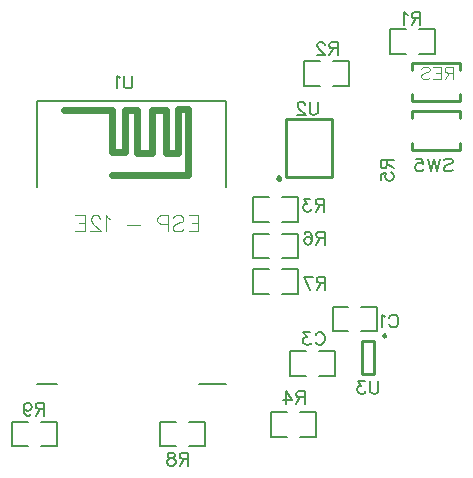
<source format=gbo>
G04 ---------------------------- Layer name :BOTTOM SILK LAYER*
G04 EasyEDA v5.8.19, Fri, 19 Oct 2018 05:21:59 GMT*
G04 8bfcd2fe48ed4f748b2211d8b79e97b7*
G04 Gerber Generator version 0.2*
G04 Scale: 100 percent, Rotated: No, Reflected: No *
G04 Dimensions in millimeters *
G04 leading zeros omitted , absolute positions ,3 integer and 3 decimal *
%FSLAX33Y33*%
%MOMM*%
G90*
G71D02*

%ADD10C,0.254000*%
%ADD12C,0.299999*%
%ADD38C,0.177800*%
%ADD39C,0.100000*%
%ADD40C,0.199898*%
%ADD41C,0.127000*%
%ADD42C,0.609600*%
%ADD43C,0.248920*%
%ADD44C,0.113792*%

%LPD*%
G54D10*
G01X24630Y29178D02*
G01X28491Y29178D01*
G01X24604Y34054D02*
G01X28491Y34054D01*
G01X24604Y29178D02*
G01X24604Y34054D01*
G01X28491Y29178D02*
G01X28491Y34054D01*
G01X35241Y38230D02*
G01X35239Y38810D01*
G01X39301Y38810D01*
G01X39301Y38230D01*
G01X39289Y36129D02*
G01X39291Y35549D01*
G01X35229Y35549D01*
G01X35229Y36129D01*
G01X35243Y34129D02*
G01X35241Y34709D01*
G01X39303Y34709D01*
G01X39303Y34129D01*
G01X39291Y32028D02*
G01X39293Y31448D01*
G01X35231Y31448D01*
G01X35231Y32028D01*
G01X32026Y12472D02*
G01X31026Y12472D01*
G01X31026Y15271D01*
G01X32026Y15271D01*
G01X32026Y15271D02*
G01X32026Y12472D01*
G54D40*
G01X26269Y12324D02*
G01X24949Y12324D01*
G01X24949Y14394D01*
G01X26269Y14394D01*
G01X27401Y12324D02*
G01X28721Y12324D01*
G01X28721Y14394D01*
G01X27401Y14394D01*
G01X35870Y41634D02*
G01X37190Y41634D01*
G01X37190Y39564D01*
G01X35870Y39564D01*
G01X34738Y41634D02*
G01X33418Y41634D01*
G01X33418Y39564D01*
G01X34738Y39564D01*
G01X23128Y22264D02*
G01X21808Y22264D01*
G01X21808Y24335D01*
G01X23128Y24335D01*
G01X24261Y22264D02*
G01X25581Y22264D01*
G01X25581Y24335D01*
G01X24261Y24335D01*
G01X23129Y19264D02*
G01X21808Y19264D01*
G01X21808Y21334D01*
G01X23129Y21334D01*
G01X24262Y19264D02*
G01X25580Y19264D01*
G01X25580Y21334D01*
G01X24262Y21334D01*
G01X27429Y36866D02*
G01X26109Y36866D01*
G01X26109Y38936D01*
G01X27429Y38936D01*
G01X28560Y36866D02*
G01X29880Y36866D01*
G01X29880Y38936D01*
G01X28560Y38936D01*
G01X23129Y25365D02*
G01X21808Y25365D01*
G01X21808Y27435D01*
G01X23129Y27435D01*
G01X24262Y25365D02*
G01X25580Y25365D01*
G01X25580Y27435D01*
G01X24262Y27435D01*
G01X24628Y7164D02*
G01X23308Y7164D01*
G01X23308Y9235D01*
G01X24628Y9235D01*
G01X25761Y7164D02*
G01X27081Y7164D01*
G01X27081Y9235D01*
G01X25761Y9235D01*
G01X16370Y8435D02*
G01X17690Y8435D01*
G01X17690Y6364D01*
G01X16370Y6364D01*
G01X15238Y8435D02*
G01X13918Y8435D01*
G01X13918Y6364D01*
G01X15238Y6364D01*
G01X2731Y6363D02*
G01X1410Y6363D01*
G01X1410Y8433D01*
G01X2731Y8433D01*
G01X3863Y6363D02*
G01X5183Y6363D01*
G01X5183Y8433D01*
G01X3863Y8433D01*
G01X29830Y16063D02*
G01X28510Y16063D01*
G01X28510Y18133D01*
G01X29830Y18133D01*
G01X30963Y16063D02*
G01X32283Y16063D01*
G01X32283Y18133D01*
G01X30963Y18133D01*
G54D41*
G01X19499Y28299D02*
G01X19499Y35599D01*
G01X3500Y35599D01*
G01X3500Y28299D01*
G54D42*
G01X16299Y30000D02*
G01X16299Y34900D01*
G01X15400Y34900D01*
G01X15400Y31199D01*
G01X14399Y31199D01*
G01X14399Y34799D01*
G01X13200Y34799D01*
G01X13200Y31199D01*
G01X11998Y31199D01*
G01X11998Y34799D01*
G01X10899Y34799D01*
G01X10899Y31298D01*
G01X9799Y31298D01*
G01X9799Y34799D01*
G01X5798Y34799D01*
G01X16299Y29899D02*
G01X16299Y29299D01*
G01X9799Y29299D01*
G54D41*
G01X17200Y11601D02*
G01X19499Y11601D01*
G01X3500Y11601D02*
G01X5199Y11601D01*
G54D38*
G01X27296Y35501D02*
G01X27296Y34724D01*
G01X27245Y34566D01*
G01X27141Y34462D01*
G01X26983Y34411D01*
G01X26879Y34411D01*
G01X26724Y34462D01*
G01X26620Y34566D01*
G01X26569Y34724D01*
G01X26569Y35501D01*
G01X26173Y35242D02*
G01X26173Y35295D01*
G01X26122Y35399D01*
G01X26069Y35450D01*
G01X25965Y35501D01*
G01X25759Y35501D01*
G01X25655Y35450D01*
G01X25602Y35399D01*
G01X25551Y35295D01*
G01X25551Y35191D01*
G01X25602Y35087D01*
G01X25706Y34929D01*
G01X26226Y34411D01*
G01X25497Y34411D01*
G54D39*
G01X38715Y38471D02*
G01X38715Y37430D01*
G01X38715Y38471D02*
G01X38269Y38471D01*
G01X38121Y38421D01*
G01X38071Y38371D01*
G01X38022Y38272D01*
G01X38022Y38173D01*
G01X38071Y38074D01*
G01X38121Y38025D01*
G01X38269Y37975D01*
G01X38715Y37975D01*
G01X38369Y37975D02*
G01X38022Y37430D01*
G01X37695Y38471D02*
G01X37695Y37430D01*
G01X37695Y38471D02*
G01X37051Y38471D01*
G01X37695Y37975D02*
G01X37298Y37975D01*
G01X37695Y37430D02*
G01X37051Y37430D01*
G01X36030Y38322D02*
G01X36129Y38421D01*
G01X36278Y38471D01*
G01X36476Y38471D01*
G01X36624Y38421D01*
G01X36724Y38322D01*
G01X36724Y38223D01*
G01X36674Y38124D01*
G01X36624Y38074D01*
G01X36525Y38025D01*
G01X36228Y37926D01*
G01X36129Y37876D01*
G01X36080Y37826D01*
G01X36030Y37727D01*
G01X36030Y37579D01*
G01X36129Y37480D01*
G01X36278Y37430D01*
G01X36476Y37430D01*
G01X36624Y37480D01*
G01X36724Y37579D01*
G54D38*
G01X37953Y30545D02*
G01X38057Y30649D01*
G01X38212Y30699D01*
G01X38420Y30699D01*
G01X38575Y30649D01*
G01X38680Y30545D01*
G01X38680Y30440D01*
G01X38629Y30336D01*
G01X38575Y30285D01*
G01X38471Y30232D01*
G01X38159Y30128D01*
G01X38057Y30077D01*
G01X38004Y30026D01*
G01X37953Y29922D01*
G01X37953Y29765D01*
G01X38057Y29661D01*
G01X38212Y29610D01*
G01X38420Y29610D01*
G01X38575Y29661D01*
G01X38680Y29765D01*
G01X37610Y30699D02*
G01X37349Y29610D01*
G01X37089Y30699D02*
G01X37349Y29610D01*
G01X37089Y30699D02*
G01X36830Y29610D01*
G01X36571Y30699D02*
G01X36830Y29610D01*
G01X35604Y30699D02*
G01X36124Y30699D01*
G01X36175Y30232D01*
G01X36124Y30285D01*
G01X35967Y30336D01*
G01X35812Y30336D01*
G01X35657Y30285D01*
G01X35553Y30181D01*
G01X35499Y30026D01*
G01X35499Y29922D01*
G01X35553Y29765D01*
G01X35657Y29661D01*
G01X35812Y29610D01*
G01X35967Y29610D01*
G01X36124Y29661D01*
G01X36175Y29714D01*
G01X36228Y29818D01*
G01X32398Y11899D02*
G01X32398Y11122D01*
G01X32347Y10965D01*
G01X32243Y10861D01*
G01X32085Y10810D01*
G01X31981Y10810D01*
G01X31826Y10861D01*
G01X31722Y10965D01*
G01X31671Y11122D01*
G01X31671Y11899D01*
G01X31224Y11899D02*
G01X30653Y11899D01*
G01X30963Y11485D01*
G01X30808Y11485D01*
G01X30704Y11432D01*
G01X30653Y11381D01*
G01X30599Y11226D01*
G01X30599Y11122D01*
G01X30653Y10965D01*
G01X30757Y10861D01*
G01X30912Y10810D01*
G01X31067Y10810D01*
G01X31224Y10861D01*
G01X31275Y10914D01*
G01X31328Y11018D01*
G01X27069Y15740D02*
G01X27122Y15845D01*
G01X27226Y15949D01*
G01X27328Y15999D01*
G01X27536Y15999D01*
G01X27640Y15949D01*
G01X27744Y15845D01*
G01X27798Y15740D01*
G01X27849Y15585D01*
G01X27849Y15326D01*
G01X27798Y15169D01*
G01X27744Y15065D01*
G01X27640Y14961D01*
G01X27536Y14910D01*
G01X27328Y14910D01*
G01X27226Y14961D01*
G01X27122Y15065D01*
G01X27069Y15169D01*
G01X26622Y15999D02*
G01X26050Y15999D01*
G01X26363Y15585D01*
G01X26208Y15585D01*
G01X26104Y15532D01*
G01X26050Y15481D01*
G01X25999Y15326D01*
G01X25999Y15222D01*
G01X26050Y15065D01*
G01X26154Y14961D01*
G01X26312Y14910D01*
G01X26467Y14910D01*
G01X26622Y14961D01*
G01X26675Y15014D01*
G01X26726Y15118D01*
G01X35930Y43099D02*
G01X35930Y42010D01*
G01X35930Y43099D02*
G01X35463Y43099D01*
G01X35308Y43049D01*
G01X35255Y42998D01*
G01X35204Y42894D01*
G01X35204Y42790D01*
G01X35255Y42685D01*
G01X35308Y42632D01*
G01X35463Y42581D01*
G01X35930Y42581D01*
G01X35567Y42581D02*
G01X35204Y42010D01*
G01X34861Y42894D02*
G01X34757Y42944D01*
G01X34599Y43099D01*
G01X34599Y42010D01*
G01X27844Y24499D02*
G01X27844Y23410D01*
G01X27844Y24499D02*
G01X27377Y24499D01*
G01X27222Y24449D01*
G01X27169Y24398D01*
G01X27118Y24294D01*
G01X27118Y24190D01*
G01X27169Y24085D01*
G01X27222Y24032D01*
G01X27377Y23981D01*
G01X27844Y23981D01*
G01X27481Y23981D02*
G01X27118Y23410D01*
G01X26150Y24344D02*
G01X26204Y24449D01*
G01X26359Y24499D01*
G01X26463Y24499D01*
G01X26618Y24449D01*
G01X26722Y24294D01*
G01X26775Y24032D01*
G01X26775Y23773D01*
G01X26722Y23565D01*
G01X26618Y23461D01*
G01X26463Y23410D01*
G01X26409Y23410D01*
G01X26254Y23461D01*
G01X26150Y23565D01*
G01X26099Y23722D01*
G01X26099Y23773D01*
G01X26150Y23928D01*
G01X26254Y24032D01*
G01X26409Y24085D01*
G01X26463Y24085D01*
G01X26618Y24032D01*
G01X26722Y23928D01*
G01X26775Y23773D01*
G01X27898Y20699D02*
G01X27898Y19610D01*
G01X27898Y20699D02*
G01X27430Y20699D01*
G01X27275Y20649D01*
G01X27222Y20598D01*
G01X27171Y20494D01*
G01X27171Y20390D01*
G01X27222Y20285D01*
G01X27275Y20232D01*
G01X27430Y20181D01*
G01X27898Y20181D01*
G01X27535Y20181D02*
G01X27171Y19610D01*
G01X26099Y20699D02*
G01X26620Y19610D01*
G01X26828Y20699D02*
G01X26099Y20699D01*
G01X28958Y40560D02*
G01X28958Y39470D01*
G01X28958Y40560D02*
G01X28490Y40560D01*
G01X28335Y40509D01*
G01X28282Y40458D01*
G01X28231Y40354D01*
G01X28231Y40250D01*
G01X28282Y40146D01*
G01X28335Y40092D01*
G01X28490Y40041D01*
G01X28958Y40041D01*
G01X28594Y40041D02*
G01X28231Y39470D01*
G01X27835Y40301D02*
G01X27835Y40354D01*
G01X27784Y40458D01*
G01X27731Y40509D01*
G01X27627Y40560D01*
G01X27421Y40560D01*
G01X27317Y40509D01*
G01X27264Y40458D01*
G01X27213Y40354D01*
G01X27213Y40250D01*
G01X27264Y40146D01*
G01X27368Y39988D01*
G01X27888Y39470D01*
G01X27159Y39470D01*
G01X27798Y27299D02*
G01X27798Y26210D01*
G01X27798Y27299D02*
G01X27330Y27299D01*
G01X27175Y27249D01*
G01X27122Y27198D01*
G01X27071Y27094D01*
G01X27071Y26990D01*
G01X27122Y26885D01*
G01X27175Y26832D01*
G01X27330Y26781D01*
G01X27798Y26781D01*
G01X27435Y26781D02*
G01X27071Y26210D01*
G01X26624Y27299D02*
G01X26053Y27299D01*
G01X26363Y26885D01*
G01X26208Y26885D01*
G01X26104Y26832D01*
G01X26053Y26781D01*
G01X25999Y26626D01*
G01X25999Y26522D01*
G01X26053Y26365D01*
G01X26157Y26261D01*
G01X26312Y26210D01*
G01X26467Y26210D01*
G01X26624Y26261D01*
G01X26675Y26314D01*
G01X26728Y26418D01*
G01X26149Y10999D02*
G01X26149Y9910D01*
G01X26149Y10999D02*
G01X25681Y10999D01*
G01X25526Y10949D01*
G01X25473Y10898D01*
G01X25422Y10794D01*
G01X25422Y10690D01*
G01X25473Y10585D01*
G01X25526Y10532D01*
G01X25681Y10481D01*
G01X26149Y10481D01*
G01X25785Y10481D02*
G01X25422Y9910D01*
G01X24559Y10999D02*
G01X25079Y10273D01*
G01X24299Y10273D01*
G01X24559Y10999D02*
G01X24559Y9910D01*
G01X16296Y5801D02*
G01X16296Y4711D01*
G01X16296Y5801D02*
G01X15828Y5801D01*
G01X15673Y5750D01*
G01X15620Y5699D01*
G01X15569Y5595D01*
G01X15569Y5491D01*
G01X15620Y5387D01*
G01X15673Y5334D01*
G01X15828Y5283D01*
G01X16296Y5283D01*
G01X15933Y5283D02*
G01X15569Y4711D01*
G01X14965Y5801D02*
G01X15122Y5750D01*
G01X15173Y5646D01*
G01X15173Y5542D01*
G01X15122Y5438D01*
G01X15018Y5387D01*
G01X14810Y5334D01*
G01X14655Y5283D01*
G01X14551Y5179D01*
G01X14497Y5075D01*
G01X14497Y4920D01*
G01X14551Y4815D01*
G01X14602Y4762D01*
G01X14759Y4711D01*
G01X14965Y4711D01*
G01X15122Y4762D01*
G01X15173Y4815D01*
G01X15226Y4920D01*
G01X15226Y5075D01*
G01X15173Y5179D01*
G01X15069Y5283D01*
G01X14914Y5334D01*
G01X14706Y5387D01*
G01X14602Y5438D01*
G01X14551Y5542D01*
G01X14551Y5646D01*
G01X14602Y5750D01*
G01X14759Y5801D01*
G01X14965Y5801D01*
G01X4106Y10018D02*
G01X4106Y8929D01*
G01X4106Y10018D02*
G01X3639Y10018D01*
G01X3484Y9967D01*
G01X3431Y9917D01*
G01X3380Y9812D01*
G01X3380Y9708D01*
G01X3431Y9604D01*
G01X3484Y9551D01*
G01X3639Y9500D01*
G01X4106Y9500D01*
G01X3743Y9500D02*
G01X3380Y8929D01*
G01X2361Y9655D02*
G01X2412Y9500D01*
G01X2516Y9396D01*
G01X2671Y9345D01*
G01X2725Y9345D01*
G01X2880Y9396D01*
G01X2984Y9500D01*
G01X3037Y9655D01*
G01X3037Y9708D01*
G01X2984Y9863D01*
G01X2880Y9967D01*
G01X2725Y10018D01*
G01X2671Y10018D01*
G01X2516Y9967D01*
G01X2412Y9863D01*
G01X2361Y9655D01*
G01X2361Y9396D01*
G01X2412Y9137D01*
G01X2516Y8979D01*
G01X2671Y8929D01*
G01X2775Y8929D01*
G01X2933Y8979D01*
G01X2984Y9083D01*
G01X33303Y17239D02*
G01X33357Y17343D01*
G01X33461Y17447D01*
G01X33563Y17498D01*
G01X33771Y17498D01*
G01X33875Y17447D01*
G01X33979Y17343D01*
G01X34032Y17239D01*
G01X34083Y17084D01*
G01X34083Y16825D01*
G01X34032Y16667D01*
G01X33979Y16563D01*
G01X33875Y16459D01*
G01X33771Y16408D01*
G01X33563Y16408D01*
G01X33461Y16459D01*
G01X33357Y16563D01*
G01X33303Y16667D01*
G01X32961Y17292D02*
G01X32856Y17343D01*
G01X32701Y17498D01*
G01X32701Y16408D01*
G01X32601Y30598D02*
G01X33691Y30598D01*
G01X32601Y30598D02*
G01X32601Y30131D01*
G01X32652Y29976D01*
G01X32703Y29922D01*
G01X32807Y29871D01*
G01X32911Y29871D01*
G01X33015Y29922D01*
G01X33069Y29976D01*
G01X33120Y30131D01*
G01X33120Y30598D01*
G01X33120Y30235D02*
G01X33691Y29871D01*
G01X32601Y28904D02*
G01X32601Y29424D01*
G01X33069Y29475D01*
G01X33015Y29424D01*
G01X32965Y29267D01*
G01X32965Y29112D01*
G01X33015Y28957D01*
G01X33120Y28853D01*
G01X33275Y28800D01*
G01X33379Y28800D01*
G01X33536Y28853D01*
G01X33640Y28957D01*
G01X33691Y29112D01*
G01X33691Y29267D01*
G01X33640Y29424D01*
G01X33587Y29475D01*
G01X33483Y29529D01*
G01X11571Y37728D02*
G01X11571Y36951D01*
G01X11521Y36793D01*
G01X11417Y36689D01*
G01X11259Y36638D01*
G01X11155Y36638D01*
G01X11000Y36689D01*
G01X10896Y36793D01*
G01X10845Y36951D01*
G01X10845Y37728D01*
G01X10502Y37522D02*
G01X10398Y37573D01*
G01X10241Y37728D01*
G01X10241Y36638D01*
G54D44*
G01X17159Y25886D02*
G01X17159Y24530D01*
G01X17159Y25886D02*
G01X16319Y25886D01*
G01X17159Y25241D02*
G01X16644Y25241D01*
G01X17159Y24530D02*
G01X16319Y24530D01*
G01X14988Y25693D02*
G01X15117Y25823D01*
G01X15310Y25886D01*
G01X15569Y25886D01*
G01X15762Y25823D01*
G01X15892Y25693D01*
G01X15892Y25564D01*
G01X15829Y25434D01*
G01X15762Y25368D01*
G01X15635Y25305D01*
G01X15247Y25175D01*
G01X15117Y25112D01*
G01X15051Y25046D01*
G01X14988Y24916D01*
G01X14988Y24723D01*
G01X15117Y24593D01*
G01X15310Y24530D01*
G01X15569Y24530D01*
G01X15762Y24593D01*
G01X15892Y24723D01*
G01X14561Y25886D02*
G01X14561Y24530D01*
G01X14561Y25886D02*
G01X13979Y25886D01*
G01X13786Y25823D01*
G01X13720Y25757D01*
G01X13657Y25627D01*
G01X13657Y25434D01*
G01X13720Y25305D01*
G01X13786Y25241D01*
G01X13979Y25175D01*
G01X14561Y25175D01*
G01X12234Y25112D02*
G01X11069Y25112D01*
G01X9646Y25627D02*
G01X9519Y25693D01*
G01X9324Y25886D01*
G01X9324Y24530D01*
G01X8833Y25564D02*
G01X8833Y25627D01*
G01X8767Y25757D01*
G01X8704Y25823D01*
G01X8574Y25886D01*
G01X8315Y25886D01*
G01X8186Y25823D01*
G01X8122Y25757D01*
G01X8056Y25627D01*
G01X8056Y25498D01*
G01X8122Y25368D01*
G01X8252Y25175D01*
G01X8897Y24530D01*
G01X7993Y24530D01*
G01X7566Y25886D02*
G01X7566Y24530D01*
G01X7566Y25886D02*
G01X6725Y25886D01*
G01X7566Y25241D02*
G01X7048Y25241D01*
G01X7566Y24530D02*
G01X6725Y24530D01*
G54D12*
G75*
G01X24122Y28976D02*
G2X24122Y28978I-150J1D01*
G01*
G54D43*
G75*
G01X33051Y15674D02*
G2X33051Y15676I-124J1D01*
G01*
M00*
M02*

</source>
